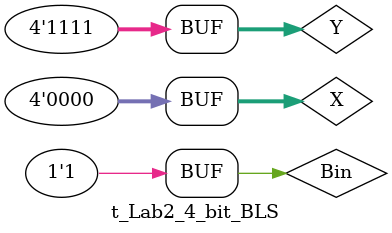
<source format=v>
module t_Lab2_4_bit_BLS;

	wire [3:0] Diff;
	wire Bout;
	reg [3:0] X, Y;
	reg Bin;

	Lab2_4_bit_BLS M(Diff, Bout, X, Y, Bin);

	initial begin
		// $dumpfile("Lab2_4_bit_BLS.vcd");
		
			X = 4'b1101; Y = 4'b0101; Bin = 1'b0;
		#50 X = 4'b1100; Y = 4'b1000; Bin = 1'b1;
		
		#50 X = 4'b0101; Y = 4'b1101; Bin = 1'b0;
		#50 X = 4'b1000; Y = 4'b1100; Bin = 1'b1;

		#50 X = 4'b0101; Y = 4'b0101; Bin = 1'b0;
		#50 X = 4'b1011; Y = 4'b1011; Bin = 1'b1;

		#50 X = 4'b0000; Y = 4'b1111; Bin = 1'b0;
		#50 X = 4'b0000; Y = 4'b1111; Bin = 1'b1;
	end

	initial begin
		$display("B Dif");
		$monitor("%b %b%b%b%b", Bout, Diff[3], Diff[2], Diff[1], Diff[0]);
	end

endmodule
</source>
